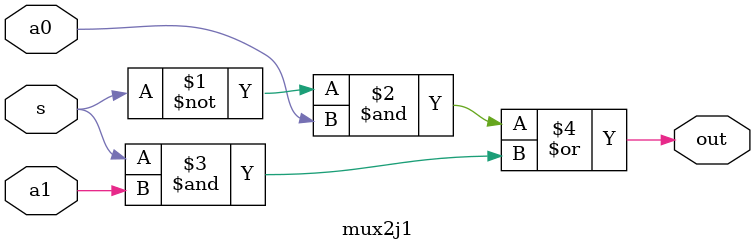
<source format=v>
`timescale 1ns / 1ps

module mux2j1(a0,a1,s,out);

 input a0,a1,s;
 output out;
 wire x,y,z,sbar;
  
  //gate level
  /*and  a3(y,a1,s);
  not  n1(sbar,s);
  and  a2(z,a0,sbar);
  or   o1(out,y,z);*/
  
  // data flow level
  assign out = ~s&a0|s&a1;
   
   //taranary opretor
  // assign out = s?a[1]:a[0];
 
endmodule

</source>
